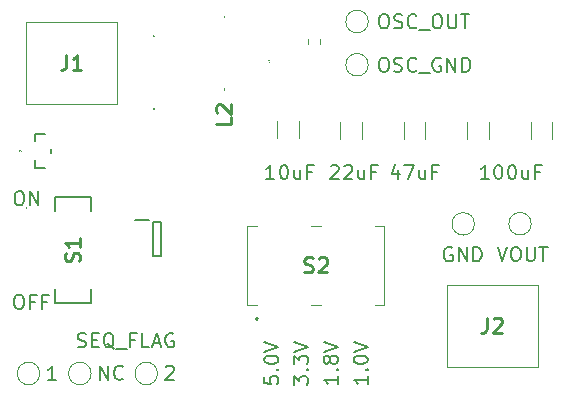
<source format=gbr>
%TF.GenerationSoftware,KiCad,Pcbnew,9.0.5*%
%TF.CreationDate,2025-10-15T03:39:03+09:00*%
%TF.ProjectId,fpga_pre_test,66706761-5f70-4726-955f-746573742e6b,rev?*%
%TF.SameCoordinates,Original*%
%TF.FileFunction,Legend,Top*%
%TF.FilePolarity,Positive*%
%FSLAX46Y46*%
G04 Gerber Fmt 4.6, Leading zero omitted, Abs format (unit mm)*
G04 Created by KiCad (PCBNEW 9.0.5) date 2025-10-15 03:39:03*
%MOMM*%
%LPD*%
G01*
G04 APERTURE LIST*
%ADD10C,0.160000*%
%ADD11C,0.254000*%
%ADD12C,0.100000*%
%ADD13C,0.120000*%
%ADD14C,0.200000*%
%ADD15C,0.071590*%
G04 APERTURE END LIST*
D10*
X153943834Y-96509108D02*
X154000977Y-96451965D01*
X154000977Y-96451965D02*
X154115263Y-96394822D01*
X154115263Y-96394822D02*
X154400977Y-96394822D01*
X154400977Y-96394822D02*
X154515263Y-96451965D01*
X154515263Y-96451965D02*
X154572405Y-96509108D01*
X154572405Y-96509108D02*
X154629548Y-96623394D01*
X154629548Y-96623394D02*
X154629548Y-96737680D01*
X154629548Y-96737680D02*
X154572405Y-96909108D01*
X154572405Y-96909108D02*
X153886691Y-97594822D01*
X153886691Y-97594822D02*
X154629548Y-97594822D01*
X155086691Y-96509108D02*
X155143834Y-96451965D01*
X155143834Y-96451965D02*
X155258120Y-96394822D01*
X155258120Y-96394822D02*
X155543834Y-96394822D01*
X155543834Y-96394822D02*
X155658120Y-96451965D01*
X155658120Y-96451965D02*
X155715262Y-96509108D01*
X155715262Y-96509108D02*
X155772405Y-96623394D01*
X155772405Y-96623394D02*
X155772405Y-96737680D01*
X155772405Y-96737680D02*
X155715262Y-96909108D01*
X155715262Y-96909108D02*
X155029548Y-97594822D01*
X155029548Y-97594822D02*
X155772405Y-97594822D01*
X156800977Y-96794822D02*
X156800977Y-97594822D01*
X156286691Y-96794822D02*
X156286691Y-97423394D01*
X156286691Y-97423394D02*
X156343834Y-97537680D01*
X156343834Y-97537680D02*
X156458119Y-97594822D01*
X156458119Y-97594822D02*
X156629548Y-97594822D01*
X156629548Y-97594822D02*
X156743834Y-97537680D01*
X156743834Y-97537680D02*
X156800977Y-97480537D01*
X157772405Y-96966251D02*
X157372405Y-96966251D01*
X157372405Y-97594822D02*
X157372405Y-96394822D01*
X157372405Y-96394822D02*
X157943833Y-96394822D01*
X149179548Y-97594822D02*
X148493834Y-97594822D01*
X148836691Y-97594822D02*
X148836691Y-96394822D01*
X148836691Y-96394822D02*
X148722405Y-96566251D01*
X148722405Y-96566251D02*
X148608120Y-96680537D01*
X148608120Y-96680537D02*
X148493834Y-96737680D01*
X149922405Y-96394822D02*
X150036691Y-96394822D01*
X150036691Y-96394822D02*
X150150977Y-96451965D01*
X150150977Y-96451965D02*
X150208120Y-96509108D01*
X150208120Y-96509108D02*
X150265262Y-96623394D01*
X150265262Y-96623394D02*
X150322405Y-96851965D01*
X150322405Y-96851965D02*
X150322405Y-97137680D01*
X150322405Y-97137680D02*
X150265262Y-97366251D01*
X150265262Y-97366251D02*
X150208120Y-97480537D01*
X150208120Y-97480537D02*
X150150977Y-97537680D01*
X150150977Y-97537680D02*
X150036691Y-97594822D01*
X150036691Y-97594822D02*
X149922405Y-97594822D01*
X149922405Y-97594822D02*
X149808120Y-97537680D01*
X149808120Y-97537680D02*
X149750977Y-97480537D01*
X149750977Y-97480537D02*
X149693834Y-97366251D01*
X149693834Y-97366251D02*
X149636691Y-97137680D01*
X149636691Y-97137680D02*
X149636691Y-96851965D01*
X149636691Y-96851965D02*
X149693834Y-96623394D01*
X149693834Y-96623394D02*
X149750977Y-96509108D01*
X149750977Y-96509108D02*
X149808120Y-96451965D01*
X149808120Y-96451965D02*
X149922405Y-96394822D01*
X151350977Y-96794822D02*
X151350977Y-97594822D01*
X150836691Y-96794822D02*
X150836691Y-97423394D01*
X150836691Y-97423394D02*
X150893834Y-97537680D01*
X150893834Y-97537680D02*
X151008119Y-97594822D01*
X151008119Y-97594822D02*
X151179548Y-97594822D01*
X151179548Y-97594822D02*
X151293834Y-97537680D01*
X151293834Y-97537680D02*
X151350977Y-97480537D01*
X152322405Y-96966251D02*
X151922405Y-96966251D01*
X151922405Y-97594822D02*
X151922405Y-96394822D01*
X151922405Y-96394822D02*
X152493833Y-96394822D01*
X159665263Y-96794822D02*
X159665263Y-97594822D01*
X159379548Y-96337680D02*
X159093834Y-97194822D01*
X159093834Y-97194822D02*
X159836691Y-97194822D01*
X160179548Y-96394822D02*
X160979548Y-96394822D01*
X160979548Y-96394822D02*
X160465262Y-97594822D01*
X161950977Y-96794822D02*
X161950977Y-97594822D01*
X161436691Y-96794822D02*
X161436691Y-97423394D01*
X161436691Y-97423394D02*
X161493834Y-97537680D01*
X161493834Y-97537680D02*
X161608119Y-97594822D01*
X161608119Y-97594822D02*
X161779548Y-97594822D01*
X161779548Y-97594822D02*
X161893834Y-97537680D01*
X161893834Y-97537680D02*
X161950977Y-97480537D01*
X162922405Y-96966251D02*
X162522405Y-96966251D01*
X162522405Y-97594822D02*
X162522405Y-96394822D01*
X162522405Y-96394822D02*
X163093833Y-96394822D01*
X167339548Y-97584822D02*
X166653834Y-97584822D01*
X166996691Y-97584822D02*
X166996691Y-96384822D01*
X166996691Y-96384822D02*
X166882405Y-96556251D01*
X166882405Y-96556251D02*
X166768120Y-96670537D01*
X166768120Y-96670537D02*
X166653834Y-96727680D01*
X168082405Y-96384822D02*
X168196691Y-96384822D01*
X168196691Y-96384822D02*
X168310977Y-96441965D01*
X168310977Y-96441965D02*
X168368120Y-96499108D01*
X168368120Y-96499108D02*
X168425262Y-96613394D01*
X168425262Y-96613394D02*
X168482405Y-96841965D01*
X168482405Y-96841965D02*
X168482405Y-97127680D01*
X168482405Y-97127680D02*
X168425262Y-97356251D01*
X168425262Y-97356251D02*
X168368120Y-97470537D01*
X168368120Y-97470537D02*
X168310977Y-97527680D01*
X168310977Y-97527680D02*
X168196691Y-97584822D01*
X168196691Y-97584822D02*
X168082405Y-97584822D01*
X168082405Y-97584822D02*
X167968120Y-97527680D01*
X167968120Y-97527680D02*
X167910977Y-97470537D01*
X167910977Y-97470537D02*
X167853834Y-97356251D01*
X167853834Y-97356251D02*
X167796691Y-97127680D01*
X167796691Y-97127680D02*
X167796691Y-96841965D01*
X167796691Y-96841965D02*
X167853834Y-96613394D01*
X167853834Y-96613394D02*
X167910977Y-96499108D01*
X167910977Y-96499108D02*
X167968120Y-96441965D01*
X167968120Y-96441965D02*
X168082405Y-96384822D01*
X169225262Y-96384822D02*
X169339548Y-96384822D01*
X169339548Y-96384822D02*
X169453834Y-96441965D01*
X169453834Y-96441965D02*
X169510977Y-96499108D01*
X169510977Y-96499108D02*
X169568119Y-96613394D01*
X169568119Y-96613394D02*
X169625262Y-96841965D01*
X169625262Y-96841965D02*
X169625262Y-97127680D01*
X169625262Y-97127680D02*
X169568119Y-97356251D01*
X169568119Y-97356251D02*
X169510977Y-97470537D01*
X169510977Y-97470537D02*
X169453834Y-97527680D01*
X169453834Y-97527680D02*
X169339548Y-97584822D01*
X169339548Y-97584822D02*
X169225262Y-97584822D01*
X169225262Y-97584822D02*
X169110977Y-97527680D01*
X169110977Y-97527680D02*
X169053834Y-97470537D01*
X169053834Y-97470537D02*
X168996691Y-97356251D01*
X168996691Y-97356251D02*
X168939548Y-97127680D01*
X168939548Y-97127680D02*
X168939548Y-96841965D01*
X168939548Y-96841965D02*
X168996691Y-96613394D01*
X168996691Y-96613394D02*
X169053834Y-96499108D01*
X169053834Y-96499108D02*
X169110977Y-96441965D01*
X169110977Y-96441965D02*
X169225262Y-96384822D01*
X170653834Y-96784822D02*
X170653834Y-97584822D01*
X170139548Y-96784822D02*
X170139548Y-97413394D01*
X170139548Y-97413394D02*
X170196691Y-97527680D01*
X170196691Y-97527680D02*
X170310976Y-97584822D01*
X170310976Y-97584822D02*
X170482405Y-97584822D01*
X170482405Y-97584822D02*
X170596691Y-97527680D01*
X170596691Y-97527680D02*
X170653834Y-97470537D01*
X171625262Y-96956251D02*
X171225262Y-96956251D01*
X171225262Y-97584822D02*
X171225262Y-96384822D01*
X171225262Y-96384822D02*
X171796690Y-96384822D01*
X148304822Y-114307594D02*
X148304822Y-114879022D01*
X148304822Y-114879022D02*
X148876251Y-114936165D01*
X148876251Y-114936165D02*
X148819108Y-114879022D01*
X148819108Y-114879022D02*
X148761965Y-114764737D01*
X148761965Y-114764737D02*
X148761965Y-114479022D01*
X148761965Y-114479022D02*
X148819108Y-114364737D01*
X148819108Y-114364737D02*
X148876251Y-114307594D01*
X148876251Y-114307594D02*
X148990537Y-114250451D01*
X148990537Y-114250451D02*
X149276251Y-114250451D01*
X149276251Y-114250451D02*
X149390537Y-114307594D01*
X149390537Y-114307594D02*
X149447680Y-114364737D01*
X149447680Y-114364737D02*
X149504822Y-114479022D01*
X149504822Y-114479022D02*
X149504822Y-114764737D01*
X149504822Y-114764737D02*
X149447680Y-114879022D01*
X149447680Y-114879022D02*
X149390537Y-114936165D01*
X149390537Y-113736165D02*
X149447680Y-113679022D01*
X149447680Y-113679022D02*
X149504822Y-113736165D01*
X149504822Y-113736165D02*
X149447680Y-113793308D01*
X149447680Y-113793308D02*
X149390537Y-113736165D01*
X149390537Y-113736165D02*
X149504822Y-113736165D01*
X148304822Y-112936165D02*
X148304822Y-112821879D01*
X148304822Y-112821879D02*
X148361965Y-112707593D01*
X148361965Y-112707593D02*
X148419108Y-112650451D01*
X148419108Y-112650451D02*
X148533394Y-112593308D01*
X148533394Y-112593308D02*
X148761965Y-112536165D01*
X148761965Y-112536165D02*
X149047680Y-112536165D01*
X149047680Y-112536165D02*
X149276251Y-112593308D01*
X149276251Y-112593308D02*
X149390537Y-112650451D01*
X149390537Y-112650451D02*
X149447680Y-112707593D01*
X149447680Y-112707593D02*
X149504822Y-112821879D01*
X149504822Y-112821879D02*
X149504822Y-112936165D01*
X149504822Y-112936165D02*
X149447680Y-113050451D01*
X149447680Y-113050451D02*
X149390537Y-113107593D01*
X149390537Y-113107593D02*
X149276251Y-113164736D01*
X149276251Y-113164736D02*
X149047680Y-113221879D01*
X149047680Y-113221879D02*
X148761965Y-113221879D01*
X148761965Y-113221879D02*
X148533394Y-113164736D01*
X148533394Y-113164736D02*
X148419108Y-113107593D01*
X148419108Y-113107593D02*
X148361965Y-113050451D01*
X148361965Y-113050451D02*
X148304822Y-112936165D01*
X148304822Y-112193308D02*
X149504822Y-111793308D01*
X149504822Y-111793308D02*
X148304822Y-111393308D01*
X157074822Y-114250451D02*
X157074822Y-114936165D01*
X157074822Y-114593308D02*
X155874822Y-114593308D01*
X155874822Y-114593308D02*
X156046251Y-114707594D01*
X156046251Y-114707594D02*
X156160537Y-114821879D01*
X156160537Y-114821879D02*
X156217680Y-114936165D01*
X156960537Y-113736165D02*
X157017680Y-113679022D01*
X157017680Y-113679022D02*
X157074822Y-113736165D01*
X157074822Y-113736165D02*
X157017680Y-113793308D01*
X157017680Y-113793308D02*
X156960537Y-113736165D01*
X156960537Y-113736165D02*
X157074822Y-113736165D01*
X155874822Y-112936165D02*
X155874822Y-112821879D01*
X155874822Y-112821879D02*
X155931965Y-112707593D01*
X155931965Y-112707593D02*
X155989108Y-112650451D01*
X155989108Y-112650451D02*
X156103394Y-112593308D01*
X156103394Y-112593308D02*
X156331965Y-112536165D01*
X156331965Y-112536165D02*
X156617680Y-112536165D01*
X156617680Y-112536165D02*
X156846251Y-112593308D01*
X156846251Y-112593308D02*
X156960537Y-112650451D01*
X156960537Y-112650451D02*
X157017680Y-112707593D01*
X157017680Y-112707593D02*
X157074822Y-112821879D01*
X157074822Y-112821879D02*
X157074822Y-112936165D01*
X157074822Y-112936165D02*
X157017680Y-113050451D01*
X157017680Y-113050451D02*
X156960537Y-113107593D01*
X156960537Y-113107593D02*
X156846251Y-113164736D01*
X156846251Y-113164736D02*
X156617680Y-113221879D01*
X156617680Y-113221879D02*
X156331965Y-113221879D01*
X156331965Y-113221879D02*
X156103394Y-113164736D01*
X156103394Y-113164736D02*
X155989108Y-113107593D01*
X155989108Y-113107593D02*
X155931965Y-113050451D01*
X155931965Y-113050451D02*
X155874822Y-112936165D01*
X155874822Y-112193308D02*
X157074822Y-111793308D01*
X157074822Y-111793308D02*
X155874822Y-111393308D01*
X154551489Y-114250451D02*
X154551489Y-114936165D01*
X154551489Y-114593308D02*
X153351489Y-114593308D01*
X153351489Y-114593308D02*
X153522918Y-114707594D01*
X153522918Y-114707594D02*
X153637204Y-114821879D01*
X153637204Y-114821879D02*
X153694347Y-114936165D01*
X154437204Y-113736165D02*
X154494347Y-113679022D01*
X154494347Y-113679022D02*
X154551489Y-113736165D01*
X154551489Y-113736165D02*
X154494347Y-113793308D01*
X154494347Y-113793308D02*
X154437204Y-113736165D01*
X154437204Y-113736165D02*
X154551489Y-113736165D01*
X153865775Y-112993308D02*
X153808632Y-113107593D01*
X153808632Y-113107593D02*
X153751489Y-113164736D01*
X153751489Y-113164736D02*
X153637204Y-113221879D01*
X153637204Y-113221879D02*
X153580061Y-113221879D01*
X153580061Y-113221879D02*
X153465775Y-113164736D01*
X153465775Y-113164736D02*
X153408632Y-113107593D01*
X153408632Y-113107593D02*
X153351489Y-112993308D01*
X153351489Y-112993308D02*
X153351489Y-112764736D01*
X153351489Y-112764736D02*
X153408632Y-112650451D01*
X153408632Y-112650451D02*
X153465775Y-112593308D01*
X153465775Y-112593308D02*
X153580061Y-112536165D01*
X153580061Y-112536165D02*
X153637204Y-112536165D01*
X153637204Y-112536165D02*
X153751489Y-112593308D01*
X153751489Y-112593308D02*
X153808632Y-112650451D01*
X153808632Y-112650451D02*
X153865775Y-112764736D01*
X153865775Y-112764736D02*
X153865775Y-112993308D01*
X153865775Y-112993308D02*
X153922918Y-113107593D01*
X153922918Y-113107593D02*
X153980061Y-113164736D01*
X153980061Y-113164736D02*
X154094347Y-113221879D01*
X154094347Y-113221879D02*
X154322918Y-113221879D01*
X154322918Y-113221879D02*
X154437204Y-113164736D01*
X154437204Y-113164736D02*
X154494347Y-113107593D01*
X154494347Y-113107593D02*
X154551489Y-112993308D01*
X154551489Y-112993308D02*
X154551489Y-112764736D01*
X154551489Y-112764736D02*
X154494347Y-112650451D01*
X154494347Y-112650451D02*
X154437204Y-112593308D01*
X154437204Y-112593308D02*
X154322918Y-112536165D01*
X154322918Y-112536165D02*
X154094347Y-112536165D01*
X154094347Y-112536165D02*
X153980061Y-112593308D01*
X153980061Y-112593308D02*
X153922918Y-112650451D01*
X153922918Y-112650451D02*
X153865775Y-112764736D01*
X153351489Y-112193308D02*
X154551489Y-111793308D01*
X154551489Y-111793308D02*
X153351489Y-111393308D01*
X150828155Y-114993308D02*
X150828155Y-114250451D01*
X150828155Y-114250451D02*
X151285298Y-114650451D01*
X151285298Y-114650451D02*
X151285298Y-114479022D01*
X151285298Y-114479022D02*
X151342441Y-114364737D01*
X151342441Y-114364737D02*
X151399584Y-114307594D01*
X151399584Y-114307594D02*
X151513870Y-114250451D01*
X151513870Y-114250451D02*
X151799584Y-114250451D01*
X151799584Y-114250451D02*
X151913870Y-114307594D01*
X151913870Y-114307594D02*
X151971013Y-114364737D01*
X151971013Y-114364737D02*
X152028155Y-114479022D01*
X152028155Y-114479022D02*
X152028155Y-114821879D01*
X152028155Y-114821879D02*
X151971013Y-114936165D01*
X151971013Y-114936165D02*
X151913870Y-114993308D01*
X151913870Y-113736165D02*
X151971013Y-113679022D01*
X151971013Y-113679022D02*
X152028155Y-113736165D01*
X152028155Y-113736165D02*
X151971013Y-113793308D01*
X151971013Y-113793308D02*
X151913870Y-113736165D01*
X151913870Y-113736165D02*
X152028155Y-113736165D01*
X150828155Y-113279022D02*
X150828155Y-112536165D01*
X150828155Y-112536165D02*
X151285298Y-112936165D01*
X151285298Y-112936165D02*
X151285298Y-112764736D01*
X151285298Y-112764736D02*
X151342441Y-112650451D01*
X151342441Y-112650451D02*
X151399584Y-112593308D01*
X151399584Y-112593308D02*
X151513870Y-112536165D01*
X151513870Y-112536165D02*
X151799584Y-112536165D01*
X151799584Y-112536165D02*
X151913870Y-112593308D01*
X151913870Y-112593308D02*
X151971013Y-112650451D01*
X151971013Y-112650451D02*
X152028155Y-112764736D01*
X152028155Y-112764736D02*
X152028155Y-113107593D01*
X152028155Y-113107593D02*
X151971013Y-113221879D01*
X151971013Y-113221879D02*
X151913870Y-113279022D01*
X150828155Y-112193308D02*
X152028155Y-111793308D01*
X152028155Y-111793308D02*
X150828155Y-111393308D01*
X127449548Y-107384822D02*
X127678120Y-107384822D01*
X127678120Y-107384822D02*
X127792405Y-107441965D01*
X127792405Y-107441965D02*
X127906691Y-107556251D01*
X127906691Y-107556251D02*
X127963834Y-107784822D01*
X127963834Y-107784822D02*
X127963834Y-108184822D01*
X127963834Y-108184822D02*
X127906691Y-108413394D01*
X127906691Y-108413394D02*
X127792405Y-108527680D01*
X127792405Y-108527680D02*
X127678120Y-108584822D01*
X127678120Y-108584822D02*
X127449548Y-108584822D01*
X127449548Y-108584822D02*
X127335263Y-108527680D01*
X127335263Y-108527680D02*
X127220977Y-108413394D01*
X127220977Y-108413394D02*
X127163834Y-108184822D01*
X127163834Y-108184822D02*
X127163834Y-107784822D01*
X127163834Y-107784822D02*
X127220977Y-107556251D01*
X127220977Y-107556251D02*
X127335263Y-107441965D01*
X127335263Y-107441965D02*
X127449548Y-107384822D01*
X128878120Y-107956251D02*
X128478120Y-107956251D01*
X128478120Y-108584822D02*
X128478120Y-107384822D01*
X128478120Y-107384822D02*
X129049548Y-107384822D01*
X129906691Y-107956251D02*
X129506691Y-107956251D01*
X129506691Y-108584822D02*
X129506691Y-107384822D01*
X129506691Y-107384822D02*
X130078119Y-107384822D01*
X127469548Y-98614822D02*
X127698120Y-98614822D01*
X127698120Y-98614822D02*
X127812405Y-98671965D01*
X127812405Y-98671965D02*
X127926691Y-98786251D01*
X127926691Y-98786251D02*
X127983834Y-99014822D01*
X127983834Y-99014822D02*
X127983834Y-99414822D01*
X127983834Y-99414822D02*
X127926691Y-99643394D01*
X127926691Y-99643394D02*
X127812405Y-99757680D01*
X127812405Y-99757680D02*
X127698120Y-99814822D01*
X127698120Y-99814822D02*
X127469548Y-99814822D01*
X127469548Y-99814822D02*
X127355263Y-99757680D01*
X127355263Y-99757680D02*
X127240977Y-99643394D01*
X127240977Y-99643394D02*
X127183834Y-99414822D01*
X127183834Y-99414822D02*
X127183834Y-99014822D01*
X127183834Y-99014822D02*
X127240977Y-98786251D01*
X127240977Y-98786251D02*
X127355263Y-98671965D01*
X127355263Y-98671965D02*
X127469548Y-98614822D01*
X128498120Y-99814822D02*
X128498120Y-98614822D01*
X128498120Y-98614822D02*
X129183834Y-99814822D01*
X129183834Y-99814822D02*
X129183834Y-98614822D01*
X132513834Y-111772080D02*
X132685263Y-111829222D01*
X132685263Y-111829222D02*
X132970977Y-111829222D01*
X132970977Y-111829222D02*
X133085263Y-111772080D01*
X133085263Y-111772080D02*
X133142405Y-111714937D01*
X133142405Y-111714937D02*
X133199548Y-111600651D01*
X133199548Y-111600651D02*
X133199548Y-111486365D01*
X133199548Y-111486365D02*
X133142405Y-111372080D01*
X133142405Y-111372080D02*
X133085263Y-111314937D01*
X133085263Y-111314937D02*
X132970977Y-111257794D01*
X132970977Y-111257794D02*
X132742405Y-111200651D01*
X132742405Y-111200651D02*
X132628120Y-111143508D01*
X132628120Y-111143508D02*
X132570977Y-111086365D01*
X132570977Y-111086365D02*
X132513834Y-110972080D01*
X132513834Y-110972080D02*
X132513834Y-110857794D01*
X132513834Y-110857794D02*
X132570977Y-110743508D01*
X132570977Y-110743508D02*
X132628120Y-110686365D01*
X132628120Y-110686365D02*
X132742405Y-110629222D01*
X132742405Y-110629222D02*
X133028120Y-110629222D01*
X133028120Y-110629222D02*
X133199548Y-110686365D01*
X133713834Y-111200651D02*
X134113834Y-111200651D01*
X134285262Y-111829222D02*
X133713834Y-111829222D01*
X133713834Y-111829222D02*
X133713834Y-110629222D01*
X133713834Y-110629222D02*
X134285262Y-110629222D01*
X135599548Y-111943508D02*
X135485262Y-111886365D01*
X135485262Y-111886365D02*
X135370976Y-111772080D01*
X135370976Y-111772080D02*
X135199548Y-111600651D01*
X135199548Y-111600651D02*
X135085262Y-111543508D01*
X135085262Y-111543508D02*
X134970976Y-111543508D01*
X135028119Y-111829222D02*
X134913834Y-111772080D01*
X134913834Y-111772080D02*
X134799548Y-111657794D01*
X134799548Y-111657794D02*
X134742405Y-111429222D01*
X134742405Y-111429222D02*
X134742405Y-111029222D01*
X134742405Y-111029222D02*
X134799548Y-110800651D01*
X134799548Y-110800651D02*
X134913834Y-110686365D01*
X134913834Y-110686365D02*
X135028119Y-110629222D01*
X135028119Y-110629222D02*
X135256691Y-110629222D01*
X135256691Y-110629222D02*
X135370976Y-110686365D01*
X135370976Y-110686365D02*
X135485262Y-110800651D01*
X135485262Y-110800651D02*
X135542405Y-111029222D01*
X135542405Y-111029222D02*
X135542405Y-111429222D01*
X135542405Y-111429222D02*
X135485262Y-111657794D01*
X135485262Y-111657794D02*
X135370976Y-111772080D01*
X135370976Y-111772080D02*
X135256691Y-111829222D01*
X135256691Y-111829222D02*
X135028119Y-111829222D01*
X135770977Y-111943508D02*
X136685262Y-111943508D01*
X137370977Y-111200651D02*
X136970977Y-111200651D01*
X136970977Y-111829222D02*
X136970977Y-110629222D01*
X136970977Y-110629222D02*
X137542405Y-110629222D01*
X138570976Y-111829222D02*
X137999548Y-111829222D01*
X137999548Y-111829222D02*
X137999548Y-110629222D01*
X138913834Y-111486365D02*
X139485263Y-111486365D01*
X138799548Y-111829222D02*
X139199548Y-110629222D01*
X139199548Y-110629222D02*
X139599548Y-111829222D01*
X140628119Y-110686365D02*
X140513834Y-110629222D01*
X140513834Y-110629222D02*
X140342405Y-110629222D01*
X140342405Y-110629222D02*
X140170976Y-110686365D01*
X140170976Y-110686365D02*
X140056691Y-110800651D01*
X140056691Y-110800651D02*
X139999548Y-110914937D01*
X139999548Y-110914937D02*
X139942405Y-111143508D01*
X139942405Y-111143508D02*
X139942405Y-111314937D01*
X139942405Y-111314937D02*
X139999548Y-111543508D01*
X139999548Y-111543508D02*
X140056691Y-111657794D01*
X140056691Y-111657794D02*
X140170976Y-111772080D01*
X140170976Y-111772080D02*
X140342405Y-111829222D01*
X140342405Y-111829222D02*
X140456691Y-111829222D01*
X140456691Y-111829222D02*
X140628119Y-111772080D01*
X140628119Y-111772080D02*
X140685262Y-111714937D01*
X140685262Y-111714937D02*
X140685262Y-111314937D01*
X140685262Y-111314937D02*
X140456691Y-111314937D01*
X134385475Y-114592022D02*
X134385475Y-113392022D01*
X134385475Y-113392022D02*
X135071189Y-114592022D01*
X135071189Y-114592022D02*
X135071189Y-113392022D01*
X136328332Y-114477737D02*
X136271189Y-114534880D01*
X136271189Y-114534880D02*
X136099761Y-114592022D01*
X136099761Y-114592022D02*
X135985475Y-114592022D01*
X135985475Y-114592022D02*
X135814046Y-114534880D01*
X135814046Y-114534880D02*
X135699761Y-114420594D01*
X135699761Y-114420594D02*
X135642618Y-114306308D01*
X135642618Y-114306308D02*
X135585475Y-114077737D01*
X135585475Y-114077737D02*
X135585475Y-113906308D01*
X135585475Y-113906308D02*
X135642618Y-113677737D01*
X135642618Y-113677737D02*
X135699761Y-113563451D01*
X135699761Y-113563451D02*
X135814046Y-113449165D01*
X135814046Y-113449165D02*
X135985475Y-113392022D01*
X135985475Y-113392022D02*
X136099761Y-113392022D01*
X136099761Y-113392022D02*
X136271189Y-113449165D01*
X136271189Y-113449165D02*
X136328332Y-113506308D01*
X130704046Y-114592022D02*
X130018332Y-114592022D01*
X130361189Y-114592022D02*
X130361189Y-113392022D01*
X130361189Y-113392022D02*
X130246903Y-113563451D01*
X130246903Y-113563451D02*
X130132618Y-113677737D01*
X130132618Y-113677737D02*
X130018332Y-113734880D01*
X139973834Y-113506308D02*
X140030977Y-113449165D01*
X140030977Y-113449165D02*
X140145263Y-113392022D01*
X140145263Y-113392022D02*
X140430977Y-113392022D01*
X140430977Y-113392022D02*
X140545263Y-113449165D01*
X140545263Y-113449165D02*
X140602405Y-113506308D01*
X140602405Y-113506308D02*
X140659548Y-113620594D01*
X140659548Y-113620594D02*
X140659548Y-113734880D01*
X140659548Y-113734880D02*
X140602405Y-113906308D01*
X140602405Y-113906308D02*
X139916691Y-114592022D01*
X139916691Y-114592022D02*
X140659548Y-114592022D01*
X158339548Y-83634822D02*
X158568120Y-83634822D01*
X158568120Y-83634822D02*
X158682405Y-83691965D01*
X158682405Y-83691965D02*
X158796691Y-83806251D01*
X158796691Y-83806251D02*
X158853834Y-84034822D01*
X158853834Y-84034822D02*
X158853834Y-84434822D01*
X158853834Y-84434822D02*
X158796691Y-84663394D01*
X158796691Y-84663394D02*
X158682405Y-84777680D01*
X158682405Y-84777680D02*
X158568120Y-84834822D01*
X158568120Y-84834822D02*
X158339548Y-84834822D01*
X158339548Y-84834822D02*
X158225263Y-84777680D01*
X158225263Y-84777680D02*
X158110977Y-84663394D01*
X158110977Y-84663394D02*
X158053834Y-84434822D01*
X158053834Y-84434822D02*
X158053834Y-84034822D01*
X158053834Y-84034822D02*
X158110977Y-83806251D01*
X158110977Y-83806251D02*
X158225263Y-83691965D01*
X158225263Y-83691965D02*
X158339548Y-83634822D01*
X159310977Y-84777680D02*
X159482406Y-84834822D01*
X159482406Y-84834822D02*
X159768120Y-84834822D01*
X159768120Y-84834822D02*
X159882406Y-84777680D01*
X159882406Y-84777680D02*
X159939548Y-84720537D01*
X159939548Y-84720537D02*
X159996691Y-84606251D01*
X159996691Y-84606251D02*
X159996691Y-84491965D01*
X159996691Y-84491965D02*
X159939548Y-84377680D01*
X159939548Y-84377680D02*
X159882406Y-84320537D01*
X159882406Y-84320537D02*
X159768120Y-84263394D01*
X159768120Y-84263394D02*
X159539548Y-84206251D01*
X159539548Y-84206251D02*
X159425263Y-84149108D01*
X159425263Y-84149108D02*
X159368120Y-84091965D01*
X159368120Y-84091965D02*
X159310977Y-83977680D01*
X159310977Y-83977680D02*
X159310977Y-83863394D01*
X159310977Y-83863394D02*
X159368120Y-83749108D01*
X159368120Y-83749108D02*
X159425263Y-83691965D01*
X159425263Y-83691965D02*
X159539548Y-83634822D01*
X159539548Y-83634822D02*
X159825263Y-83634822D01*
X159825263Y-83634822D02*
X159996691Y-83691965D01*
X161196691Y-84720537D02*
X161139548Y-84777680D01*
X161139548Y-84777680D02*
X160968120Y-84834822D01*
X160968120Y-84834822D02*
X160853834Y-84834822D01*
X160853834Y-84834822D02*
X160682405Y-84777680D01*
X160682405Y-84777680D02*
X160568120Y-84663394D01*
X160568120Y-84663394D02*
X160510977Y-84549108D01*
X160510977Y-84549108D02*
X160453834Y-84320537D01*
X160453834Y-84320537D02*
X160453834Y-84149108D01*
X160453834Y-84149108D02*
X160510977Y-83920537D01*
X160510977Y-83920537D02*
X160568120Y-83806251D01*
X160568120Y-83806251D02*
X160682405Y-83691965D01*
X160682405Y-83691965D02*
X160853834Y-83634822D01*
X160853834Y-83634822D02*
X160968120Y-83634822D01*
X160968120Y-83634822D02*
X161139548Y-83691965D01*
X161139548Y-83691965D02*
X161196691Y-83749108D01*
X161425263Y-84949108D02*
X162339548Y-84949108D01*
X162853834Y-83634822D02*
X163082406Y-83634822D01*
X163082406Y-83634822D02*
X163196691Y-83691965D01*
X163196691Y-83691965D02*
X163310977Y-83806251D01*
X163310977Y-83806251D02*
X163368120Y-84034822D01*
X163368120Y-84034822D02*
X163368120Y-84434822D01*
X163368120Y-84434822D02*
X163310977Y-84663394D01*
X163310977Y-84663394D02*
X163196691Y-84777680D01*
X163196691Y-84777680D02*
X163082406Y-84834822D01*
X163082406Y-84834822D02*
X162853834Y-84834822D01*
X162853834Y-84834822D02*
X162739549Y-84777680D01*
X162739549Y-84777680D02*
X162625263Y-84663394D01*
X162625263Y-84663394D02*
X162568120Y-84434822D01*
X162568120Y-84434822D02*
X162568120Y-84034822D01*
X162568120Y-84034822D02*
X162625263Y-83806251D01*
X162625263Y-83806251D02*
X162739549Y-83691965D01*
X162739549Y-83691965D02*
X162853834Y-83634822D01*
X163882406Y-83634822D02*
X163882406Y-84606251D01*
X163882406Y-84606251D02*
X163939549Y-84720537D01*
X163939549Y-84720537D02*
X163996692Y-84777680D01*
X163996692Y-84777680D02*
X164110977Y-84834822D01*
X164110977Y-84834822D02*
X164339549Y-84834822D01*
X164339549Y-84834822D02*
X164453834Y-84777680D01*
X164453834Y-84777680D02*
X164510977Y-84720537D01*
X164510977Y-84720537D02*
X164568120Y-84606251D01*
X164568120Y-84606251D02*
X164568120Y-83634822D01*
X164968120Y-83634822D02*
X165653835Y-83634822D01*
X165310977Y-84834822D02*
X165310977Y-83634822D01*
X158329548Y-87294822D02*
X158558120Y-87294822D01*
X158558120Y-87294822D02*
X158672405Y-87351965D01*
X158672405Y-87351965D02*
X158786691Y-87466251D01*
X158786691Y-87466251D02*
X158843834Y-87694822D01*
X158843834Y-87694822D02*
X158843834Y-88094822D01*
X158843834Y-88094822D02*
X158786691Y-88323394D01*
X158786691Y-88323394D02*
X158672405Y-88437680D01*
X158672405Y-88437680D02*
X158558120Y-88494822D01*
X158558120Y-88494822D02*
X158329548Y-88494822D01*
X158329548Y-88494822D02*
X158215263Y-88437680D01*
X158215263Y-88437680D02*
X158100977Y-88323394D01*
X158100977Y-88323394D02*
X158043834Y-88094822D01*
X158043834Y-88094822D02*
X158043834Y-87694822D01*
X158043834Y-87694822D02*
X158100977Y-87466251D01*
X158100977Y-87466251D02*
X158215263Y-87351965D01*
X158215263Y-87351965D02*
X158329548Y-87294822D01*
X159300977Y-88437680D02*
X159472406Y-88494822D01*
X159472406Y-88494822D02*
X159758120Y-88494822D01*
X159758120Y-88494822D02*
X159872406Y-88437680D01*
X159872406Y-88437680D02*
X159929548Y-88380537D01*
X159929548Y-88380537D02*
X159986691Y-88266251D01*
X159986691Y-88266251D02*
X159986691Y-88151965D01*
X159986691Y-88151965D02*
X159929548Y-88037680D01*
X159929548Y-88037680D02*
X159872406Y-87980537D01*
X159872406Y-87980537D02*
X159758120Y-87923394D01*
X159758120Y-87923394D02*
X159529548Y-87866251D01*
X159529548Y-87866251D02*
X159415263Y-87809108D01*
X159415263Y-87809108D02*
X159358120Y-87751965D01*
X159358120Y-87751965D02*
X159300977Y-87637680D01*
X159300977Y-87637680D02*
X159300977Y-87523394D01*
X159300977Y-87523394D02*
X159358120Y-87409108D01*
X159358120Y-87409108D02*
X159415263Y-87351965D01*
X159415263Y-87351965D02*
X159529548Y-87294822D01*
X159529548Y-87294822D02*
X159815263Y-87294822D01*
X159815263Y-87294822D02*
X159986691Y-87351965D01*
X161186691Y-88380537D02*
X161129548Y-88437680D01*
X161129548Y-88437680D02*
X160958120Y-88494822D01*
X160958120Y-88494822D02*
X160843834Y-88494822D01*
X160843834Y-88494822D02*
X160672405Y-88437680D01*
X160672405Y-88437680D02*
X160558120Y-88323394D01*
X160558120Y-88323394D02*
X160500977Y-88209108D01*
X160500977Y-88209108D02*
X160443834Y-87980537D01*
X160443834Y-87980537D02*
X160443834Y-87809108D01*
X160443834Y-87809108D02*
X160500977Y-87580537D01*
X160500977Y-87580537D02*
X160558120Y-87466251D01*
X160558120Y-87466251D02*
X160672405Y-87351965D01*
X160672405Y-87351965D02*
X160843834Y-87294822D01*
X160843834Y-87294822D02*
X160958120Y-87294822D01*
X160958120Y-87294822D02*
X161129548Y-87351965D01*
X161129548Y-87351965D02*
X161186691Y-87409108D01*
X161415263Y-88609108D02*
X162329548Y-88609108D01*
X163243834Y-87351965D02*
X163129549Y-87294822D01*
X163129549Y-87294822D02*
X162958120Y-87294822D01*
X162958120Y-87294822D02*
X162786691Y-87351965D01*
X162786691Y-87351965D02*
X162672406Y-87466251D01*
X162672406Y-87466251D02*
X162615263Y-87580537D01*
X162615263Y-87580537D02*
X162558120Y-87809108D01*
X162558120Y-87809108D02*
X162558120Y-87980537D01*
X162558120Y-87980537D02*
X162615263Y-88209108D01*
X162615263Y-88209108D02*
X162672406Y-88323394D01*
X162672406Y-88323394D02*
X162786691Y-88437680D01*
X162786691Y-88437680D02*
X162958120Y-88494822D01*
X162958120Y-88494822D02*
X163072406Y-88494822D01*
X163072406Y-88494822D02*
X163243834Y-88437680D01*
X163243834Y-88437680D02*
X163300977Y-88380537D01*
X163300977Y-88380537D02*
X163300977Y-87980537D01*
X163300977Y-87980537D02*
X163072406Y-87980537D01*
X163815263Y-88494822D02*
X163815263Y-87294822D01*
X163815263Y-87294822D02*
X164500977Y-88494822D01*
X164500977Y-88494822D02*
X164500977Y-87294822D01*
X165072406Y-88494822D02*
X165072406Y-87294822D01*
X165072406Y-87294822D02*
X165358120Y-87294822D01*
X165358120Y-87294822D02*
X165529549Y-87351965D01*
X165529549Y-87351965D02*
X165643834Y-87466251D01*
X165643834Y-87466251D02*
X165700977Y-87580537D01*
X165700977Y-87580537D02*
X165758120Y-87809108D01*
X165758120Y-87809108D02*
X165758120Y-87980537D01*
X165758120Y-87980537D02*
X165700977Y-88209108D01*
X165700977Y-88209108D02*
X165643834Y-88323394D01*
X165643834Y-88323394D02*
X165529549Y-88437680D01*
X165529549Y-88437680D02*
X165358120Y-88494822D01*
X165358120Y-88494822D02*
X165072406Y-88494822D01*
X164199548Y-103421965D02*
X164085263Y-103364822D01*
X164085263Y-103364822D02*
X163913834Y-103364822D01*
X163913834Y-103364822D02*
X163742405Y-103421965D01*
X163742405Y-103421965D02*
X163628120Y-103536251D01*
X163628120Y-103536251D02*
X163570977Y-103650537D01*
X163570977Y-103650537D02*
X163513834Y-103879108D01*
X163513834Y-103879108D02*
X163513834Y-104050537D01*
X163513834Y-104050537D02*
X163570977Y-104279108D01*
X163570977Y-104279108D02*
X163628120Y-104393394D01*
X163628120Y-104393394D02*
X163742405Y-104507680D01*
X163742405Y-104507680D02*
X163913834Y-104564822D01*
X163913834Y-104564822D02*
X164028120Y-104564822D01*
X164028120Y-104564822D02*
X164199548Y-104507680D01*
X164199548Y-104507680D02*
X164256691Y-104450537D01*
X164256691Y-104450537D02*
X164256691Y-104050537D01*
X164256691Y-104050537D02*
X164028120Y-104050537D01*
X164770977Y-104564822D02*
X164770977Y-103364822D01*
X164770977Y-103364822D02*
X165456691Y-104564822D01*
X165456691Y-104564822D02*
X165456691Y-103364822D01*
X166028120Y-104564822D02*
X166028120Y-103364822D01*
X166028120Y-103364822D02*
X166313834Y-103364822D01*
X166313834Y-103364822D02*
X166485263Y-103421965D01*
X166485263Y-103421965D02*
X166599548Y-103536251D01*
X166599548Y-103536251D02*
X166656691Y-103650537D01*
X166656691Y-103650537D02*
X166713834Y-103879108D01*
X166713834Y-103879108D02*
X166713834Y-104050537D01*
X166713834Y-104050537D02*
X166656691Y-104279108D01*
X166656691Y-104279108D02*
X166599548Y-104393394D01*
X166599548Y-104393394D02*
X166485263Y-104507680D01*
X166485263Y-104507680D02*
X166313834Y-104564822D01*
X166313834Y-104564822D02*
X166028120Y-104564822D01*
X168069548Y-103334822D02*
X168469548Y-104534822D01*
X168469548Y-104534822D02*
X168869548Y-103334822D01*
X169498119Y-103334822D02*
X169726691Y-103334822D01*
X169726691Y-103334822D02*
X169840976Y-103391965D01*
X169840976Y-103391965D02*
X169955262Y-103506251D01*
X169955262Y-103506251D02*
X170012405Y-103734822D01*
X170012405Y-103734822D02*
X170012405Y-104134822D01*
X170012405Y-104134822D02*
X169955262Y-104363394D01*
X169955262Y-104363394D02*
X169840976Y-104477680D01*
X169840976Y-104477680D02*
X169726691Y-104534822D01*
X169726691Y-104534822D02*
X169498119Y-104534822D01*
X169498119Y-104534822D02*
X169383834Y-104477680D01*
X169383834Y-104477680D02*
X169269548Y-104363394D01*
X169269548Y-104363394D02*
X169212405Y-104134822D01*
X169212405Y-104134822D02*
X169212405Y-103734822D01*
X169212405Y-103734822D02*
X169269548Y-103506251D01*
X169269548Y-103506251D02*
X169383834Y-103391965D01*
X169383834Y-103391965D02*
X169498119Y-103334822D01*
X170526691Y-103334822D02*
X170526691Y-104306251D01*
X170526691Y-104306251D02*
X170583834Y-104420537D01*
X170583834Y-104420537D02*
X170640977Y-104477680D01*
X170640977Y-104477680D02*
X170755262Y-104534822D01*
X170755262Y-104534822D02*
X170983834Y-104534822D01*
X170983834Y-104534822D02*
X171098119Y-104477680D01*
X171098119Y-104477680D02*
X171155262Y-104420537D01*
X171155262Y-104420537D02*
X171212405Y-104306251D01*
X171212405Y-104306251D02*
X171212405Y-103334822D01*
X171612405Y-103334822D02*
X172298120Y-103334822D01*
X171955262Y-104534822D02*
X171955262Y-103334822D01*
D11*
X151712380Y-105413842D02*
X151893809Y-105474318D01*
X151893809Y-105474318D02*
X152196190Y-105474318D01*
X152196190Y-105474318D02*
X152317142Y-105413842D01*
X152317142Y-105413842D02*
X152377618Y-105353365D01*
X152377618Y-105353365D02*
X152438095Y-105232413D01*
X152438095Y-105232413D02*
X152438095Y-105111461D01*
X152438095Y-105111461D02*
X152377618Y-104990508D01*
X152377618Y-104990508D02*
X152317142Y-104930032D01*
X152317142Y-104930032D02*
X152196190Y-104869556D01*
X152196190Y-104869556D02*
X151954285Y-104809080D01*
X151954285Y-104809080D02*
X151833333Y-104748603D01*
X151833333Y-104748603D02*
X151772856Y-104688127D01*
X151772856Y-104688127D02*
X151712380Y-104567175D01*
X151712380Y-104567175D02*
X151712380Y-104446222D01*
X151712380Y-104446222D02*
X151772856Y-104325270D01*
X151772856Y-104325270D02*
X151833333Y-104264794D01*
X151833333Y-104264794D02*
X151954285Y-104204318D01*
X151954285Y-104204318D02*
X152256666Y-104204318D01*
X152256666Y-104204318D02*
X152438095Y-104264794D01*
X152921904Y-104325270D02*
X152982380Y-104264794D01*
X152982380Y-104264794D02*
X153103333Y-104204318D01*
X153103333Y-104204318D02*
X153405714Y-104204318D01*
X153405714Y-104204318D02*
X153526666Y-104264794D01*
X153526666Y-104264794D02*
X153587142Y-104325270D01*
X153587142Y-104325270D02*
X153647619Y-104446222D01*
X153647619Y-104446222D02*
X153647619Y-104567175D01*
X153647619Y-104567175D02*
X153587142Y-104748603D01*
X153587142Y-104748603D02*
X152861428Y-105474318D01*
X152861428Y-105474318D02*
X153647619Y-105474318D01*
X132641842Y-104547619D02*
X132702318Y-104366190D01*
X132702318Y-104366190D02*
X132702318Y-104063809D01*
X132702318Y-104063809D02*
X132641842Y-103942857D01*
X132641842Y-103942857D02*
X132581365Y-103882381D01*
X132581365Y-103882381D02*
X132460413Y-103821904D01*
X132460413Y-103821904D02*
X132339461Y-103821904D01*
X132339461Y-103821904D02*
X132218508Y-103882381D01*
X132218508Y-103882381D02*
X132158032Y-103942857D01*
X132158032Y-103942857D02*
X132097556Y-104063809D01*
X132097556Y-104063809D02*
X132037080Y-104305714D01*
X132037080Y-104305714D02*
X131976603Y-104426666D01*
X131976603Y-104426666D02*
X131916127Y-104487143D01*
X131916127Y-104487143D02*
X131795175Y-104547619D01*
X131795175Y-104547619D02*
X131674222Y-104547619D01*
X131674222Y-104547619D02*
X131553270Y-104487143D01*
X131553270Y-104487143D02*
X131492794Y-104426666D01*
X131492794Y-104426666D02*
X131432318Y-104305714D01*
X131432318Y-104305714D02*
X131432318Y-104003333D01*
X131432318Y-104003333D02*
X131492794Y-103821904D01*
X132702318Y-102612380D02*
X132702318Y-103338095D01*
X132702318Y-102975238D02*
X131432318Y-102975238D01*
X131432318Y-102975238D02*
X131613746Y-103096190D01*
X131613746Y-103096190D02*
X131734699Y-103217142D01*
X131734699Y-103217142D02*
X131795175Y-103338095D01*
X145494318Y-92341666D02*
X145494318Y-92946428D01*
X145494318Y-92946428D02*
X144224318Y-92946428D01*
X144345270Y-91978809D02*
X144284794Y-91918333D01*
X144284794Y-91918333D02*
X144224318Y-91797380D01*
X144224318Y-91797380D02*
X144224318Y-91494999D01*
X144224318Y-91494999D02*
X144284794Y-91374047D01*
X144284794Y-91374047D02*
X144345270Y-91313571D01*
X144345270Y-91313571D02*
X144466222Y-91253094D01*
X144466222Y-91253094D02*
X144587175Y-91253094D01*
X144587175Y-91253094D02*
X144768603Y-91313571D01*
X144768603Y-91313571D02*
X145494318Y-92039285D01*
X145494318Y-92039285D02*
X145494318Y-91253094D01*
X167186667Y-109324318D02*
X167186667Y-110231461D01*
X167186667Y-110231461D02*
X167126190Y-110412889D01*
X167126190Y-110412889D02*
X167005238Y-110533842D01*
X167005238Y-110533842D02*
X166823809Y-110594318D01*
X166823809Y-110594318D02*
X166702857Y-110594318D01*
X167730952Y-109445270D02*
X167791428Y-109384794D01*
X167791428Y-109384794D02*
X167912381Y-109324318D01*
X167912381Y-109324318D02*
X168214762Y-109324318D01*
X168214762Y-109324318D02*
X168335714Y-109384794D01*
X168335714Y-109384794D02*
X168396190Y-109445270D01*
X168396190Y-109445270D02*
X168456667Y-109566222D01*
X168456667Y-109566222D02*
X168456667Y-109687175D01*
X168456667Y-109687175D02*
X168396190Y-109868603D01*
X168396190Y-109868603D02*
X167670476Y-110594318D01*
X167670476Y-110594318D02*
X168456667Y-110594318D01*
X131556667Y-87074318D02*
X131556667Y-87981461D01*
X131556667Y-87981461D02*
X131496190Y-88162889D01*
X131496190Y-88162889D02*
X131375238Y-88283842D01*
X131375238Y-88283842D02*
X131193809Y-88344318D01*
X131193809Y-88344318D02*
X131072857Y-88344318D01*
X132826667Y-88344318D02*
X132100952Y-88344318D01*
X132463809Y-88344318D02*
X132463809Y-87074318D01*
X132463809Y-87074318D02*
X132342857Y-87255746D01*
X132342857Y-87255746D02*
X132221905Y-87376699D01*
X132221905Y-87376699D02*
X132100952Y-87437175D01*
D12*
%TO.C,IC4*%
X139020000Y-91630000D02*
G75*
G02*
X138920000Y-91630000I-50000J0D01*
G01*
X138920000Y-91630000D02*
G75*
G02*
X139020000Y-91630000I50000J0D01*
G01*
X138920000Y-91630000D02*
X138920000Y-91630000D01*
X139020000Y-91630000D02*
X139020000Y-91630000D01*
D13*
%TO.C,TP_SEQ_FLAG2*%
X139281004Y-114050000D02*
G75*
G02*
X137381004Y-114050000I-950000J0D01*
G01*
X137381004Y-114050000D02*
G75*
G02*
X139281004Y-114050000I950000J0D01*
G01*
%TO.C,TP_SEQ_FLAG_NC1*%
X133650000Y-114050000D02*
G75*
G02*
X131750000Y-114050000I-950000J0D01*
G01*
X131750000Y-114050000D02*
G75*
G02*
X133650000Y-114050000I950000J0D01*
G01*
%TO.C,R20*%
X170860000Y-94172064D02*
X170860000Y-92717936D01*
X172680000Y-94172064D02*
X172680000Y-92717936D01*
%TO.C,R19*%
X167315000Y-94192064D02*
X167315000Y-92737936D01*
X165495000Y-94192064D02*
X165495000Y-92737936D01*
%TO.C,R18*%
X161950000Y-94192064D02*
X161950000Y-92737936D01*
X160130000Y-94192064D02*
X160130000Y-92737936D01*
%TO.C,R17*%
X156585000Y-94192064D02*
X156585000Y-92737936D01*
X154765000Y-94192064D02*
X154765000Y-92737936D01*
%TO.C,R16*%
X151220000Y-94122064D02*
X151220000Y-92667936D01*
X149400000Y-94122064D02*
X149400000Y-92667936D01*
D14*
%TO.C,S2*%
X147680000Y-109300000D02*
X147680000Y-109300000D01*
X147680000Y-109500000D02*
X147680000Y-109500000D01*
D12*
X147680000Y-101550000D02*
X146865000Y-101550000D01*
X146865000Y-101550000D02*
X146865000Y-108250000D01*
X146865000Y-108250000D02*
X147680000Y-108250000D01*
X157680000Y-101550000D02*
X158495000Y-101550000D01*
X158495000Y-101550000D02*
X158495000Y-108250000D01*
X158495000Y-108250000D02*
X157680000Y-108250000D01*
X152280000Y-101550000D02*
X153080000Y-101550000D01*
X152280000Y-108250000D02*
X153080000Y-108250000D01*
D14*
X147680000Y-109500000D02*
G75*
G02*
X147680000Y-109300000I0J100000D01*
G01*
X147680000Y-109300000D02*
G75*
G02*
X147680000Y-109500000I0J-100000D01*
G01*
D15*
%TO.C,S1*%
X128162000Y-99966000D02*
G75*
G02*
X128162000Y-100038000I0J-36000D01*
G01*
X128162000Y-100038000D02*
G75*
G02*
X128162000Y-99966000I0J36000D01*
G01*
X128162000Y-100038000D02*
X128162000Y-100038000D01*
X128162000Y-99966000D02*
X128162000Y-99966000D01*
D14*
X130630000Y-99080000D02*
X130630000Y-100257000D01*
X130630000Y-108080000D02*
X130630000Y-106903000D01*
X133630000Y-99080000D02*
X133630000Y-100257000D01*
X133630000Y-108080000D02*
X133630000Y-106903000D01*
X130630000Y-108080000D02*
X133630000Y-108080000D01*
X133630000Y-99080000D02*
X130630000Y-99080000D01*
%TO.C,IC1*%
X128930000Y-96000000D02*
X128930000Y-96650000D01*
X128930000Y-96650000D02*
X129780000Y-96650000D01*
X128930000Y-94400000D02*
X128930000Y-93750000D01*
X128930000Y-93750000D02*
X129780000Y-93750000D01*
X130230000Y-95400000D02*
X130230000Y-95000000D01*
D12*
X127580000Y-95200000D02*
X127580000Y-95200000D01*
X127680000Y-95200000D02*
X127680000Y-95200000D01*
X127680000Y-95200000D02*
G75*
G02*
X127580000Y-95200000I-50000J0D01*
G01*
X127580000Y-95200000D02*
G75*
G02*
X127680000Y-95200000I50000J0D01*
G01*
D14*
%TO.C,IC2*%
X137381493Y-101032499D02*
X138581493Y-101032499D01*
X138931493Y-104082499D02*
X138931493Y-101182499D01*
X139531493Y-104082499D02*
X138931493Y-104082499D01*
X139531493Y-101182499D02*
X139531493Y-104082499D01*
X138931493Y-101182499D02*
X139531493Y-101182499D01*
D13*
%TO.C,TP_SEQ_FLAG1*%
X129310000Y-114050000D02*
G75*
G02*
X127410000Y-114050000I-950000J0D01*
G01*
X127410000Y-114050000D02*
G75*
G02*
X129310000Y-114050000I950000J0D01*
G01*
D12*
%TO.C,L2*%
X144920000Y-89930000D02*
X144920000Y-89930000D01*
X144920000Y-90030000D02*
X144920000Y-90030000D01*
X144920000Y-90030000D02*
G75*
G02*
X144920000Y-89930000I0J50000D01*
G01*
X144920000Y-89930000D02*
G75*
G02*
X144920000Y-90030000I0J-50000D01*
G01*
%TO.C,IC3*%
X139015000Y-85470000D02*
G75*
G02*
X138915000Y-85470000I-50000J0D01*
G01*
X138915000Y-85470000D02*
G75*
G02*
X139015000Y-85470000I50000J0D01*
G01*
X138915000Y-85470000D02*
X138915000Y-85470000D01*
X139015000Y-85470000D02*
X139015000Y-85470000D01*
%TO.C,L1*%
X144915000Y-83770000D02*
G75*
G02*
X144915000Y-83870000I0J-50000D01*
G01*
X144915000Y-83870000D02*
G75*
G02*
X144915000Y-83770000I0J50000D01*
G01*
X144915000Y-83870000D02*
X144915000Y-83870000D01*
X144915000Y-83770000D02*
X144915000Y-83770000D01*
D13*
%TO.C,TP_OSC_OUT1*%
X157120000Y-84250000D02*
G75*
G02*
X155220000Y-84250000I-950000J0D01*
G01*
X155220000Y-84250000D02*
G75*
G02*
X157120000Y-84250000I950000J0D01*
G01*
%TO.C,TP_OSC_GND1*%
X157120000Y-87910000D02*
G75*
G02*
X155220000Y-87910000I-950000J0D01*
G01*
X155220000Y-87910000D02*
G75*
G02*
X157120000Y-87910000I950000J0D01*
G01*
%TO.C,R21*%
X151987500Y-85707742D02*
X151987500Y-86182258D01*
X153032500Y-85707742D02*
X153032500Y-86182258D01*
%TO.C,TP_LOAD_GND1*%
X166110000Y-101380000D02*
G75*
G02*
X164210000Y-101380000I-950000J0D01*
G01*
X164210000Y-101380000D02*
G75*
G02*
X166110000Y-101380000I950000J0D01*
G01*
D12*
%TO.C,Y1*%
X148710000Y-87545000D02*
X148710000Y-87545000D01*
X148710000Y-87645000D02*
X148710000Y-87645000D01*
X148710000Y-87645000D02*
G75*
G02*
X148710000Y-87545000I0J50000D01*
G01*
X148710000Y-87545000D02*
G75*
G02*
X148710000Y-87645000I0J-50000D01*
G01*
D13*
%TO.C,TP_LOAD_VCC1*%
X170920000Y-101370000D02*
G75*
G02*
X169020000Y-101370000I-950000J0D01*
G01*
X169020000Y-101370000D02*
G75*
G02*
X170920000Y-101370000I950000J0D01*
G01*
D12*
%TO.C,J2*%
X171460000Y-113520000D02*
X163760000Y-113520000D01*
X163760000Y-113520000D02*
X163760000Y-106520000D01*
X163760000Y-106520000D02*
X171460000Y-106520000D01*
X171460000Y-106520000D02*
X171460000Y-113520000D01*
%TO.C,J1*%
X128130000Y-84270000D02*
X135830000Y-84270000D01*
X135830000Y-84270000D02*
X135830000Y-91270000D01*
X135830000Y-91270000D02*
X128130000Y-91270000D01*
X128130000Y-91270000D02*
X128130000Y-84270000D01*
%TD*%
M02*

</source>
